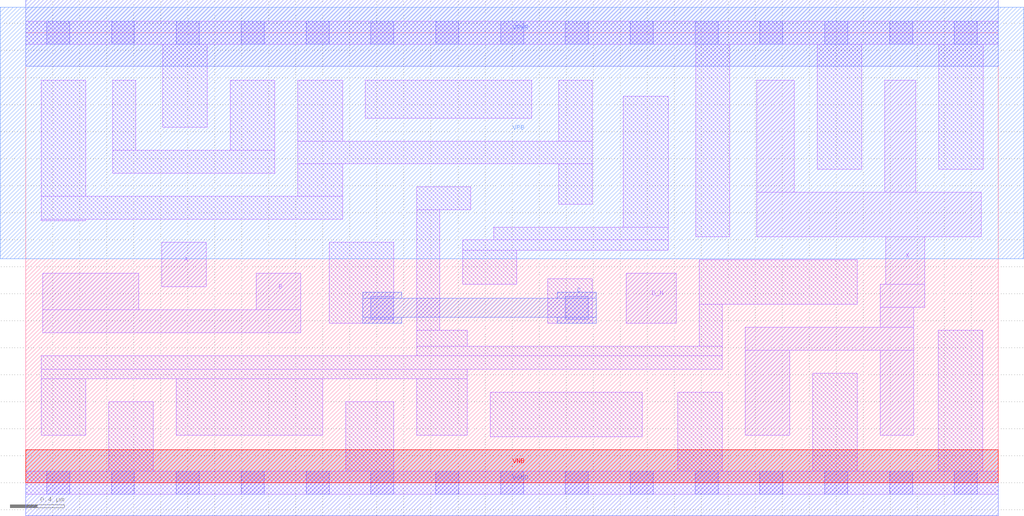
<source format=lef>
# Copyright 2020 The SkyWater PDK Authors
#
# Licensed under the Apache License, Version 2.0 (the "License");
# you may not use this file except in compliance with the License.
# You may obtain a copy of the License at
#
#     https://www.apache.org/licenses/LICENSE-2.0
#
# Unless required by applicable law or agreed to in writing, software
# distributed under the License is distributed on an "AS IS" BASIS,
# WITHOUT WARRANTIES OR CONDITIONS OF ANY KIND, either express or implied.
# See the License for the specific language governing permissions and
# limitations under the License.
#
# SPDX-License-Identifier: Apache-2.0

VERSION 5.7 ;
  NOWIREEXTENSIONATPIN ON ;
  DIVIDERCHAR "/" ;
  BUSBITCHARS "[]" ;
MACRO sky130_fd_sc_ls__or4b_4
  CLASS CORE ;
  FOREIGN sky130_fd_sc_ls__or4b_4 ;
  ORIGIN  0.000000  0.000000 ;
  SIZE  7.200000 BY  3.330000 ;
  SYMMETRY X Y ;
  SITE unit ;
  PIN A
    ANTENNAGATEAREA  0.411000 ;
    DIRECTION INPUT ;
    USE SIGNAL ;
    PORT
      LAYER li1 ;
        RECT 1.005000 1.450000 1.335000 1.780000 ;
    END
  END A
  PIN B
    ANTENNAGATEAREA  0.411000 ;
    DIRECTION INPUT ;
    USE SIGNAL ;
    PORT
      LAYER li1 ;
        RECT 0.125000 1.110000 2.035000 1.280000 ;
        RECT 0.125000 1.280000 0.835000 1.550000 ;
        RECT 1.705000 1.280000 2.035000 1.550000 ;
    END
  END B
  PIN C
    ANTENNAGATEAREA  0.411000 ;
    DIRECTION INPUT ;
    USE SIGNAL ;
    PORT
      LAYER met1 ;
        RECT 2.495000 1.180000 2.785000 1.225000 ;
        RECT 2.495000 1.225000 4.225000 1.365000 ;
        RECT 2.495000 1.365000 2.785000 1.410000 ;
        RECT 3.935000 1.180000 4.225000 1.225000 ;
        RECT 3.935000 1.365000 4.225000 1.410000 ;
    END
  END C
  PIN D_N
    ANTENNAGATEAREA  0.246000 ;
    DIRECTION INPUT ;
    USE SIGNAL ;
    PORT
      LAYER li1 ;
        RECT 4.445000 1.180000 4.815000 1.550000 ;
    END
  END D_N
  PIN X
    ANTENNADIFFAREA  1.178900 ;
    DIRECTION OUTPUT ;
    USE SIGNAL ;
    PORT
      LAYER li1 ;
        RECT 5.325000 0.350000 5.655000 0.980000 ;
        RECT 5.325000 0.980000 6.575000 1.150000 ;
        RECT 5.410000 1.820000 7.075000 2.150000 ;
        RECT 5.410000 2.150000 5.690000 2.980000 ;
        RECT 6.325000 0.350000 6.575000 0.980000 ;
        RECT 6.325000 1.150000 6.575000 1.300000 ;
        RECT 6.325000 1.300000 6.655000 1.470000 ;
        RECT 6.360000 2.150000 6.590000 2.980000 ;
        RECT 6.365000 1.470000 6.655000 1.820000 ;
    END
  END X
  PIN VGND
    DIRECTION INOUT ;
    SHAPE ABUTMENT ;
    USE GROUND ;
    PORT
      LAYER met1 ;
        RECT 0.000000 -0.245000 7.200000 0.245000 ;
    END
  END VGND
  PIN VNB
    DIRECTION INOUT ;
    USE GROUND ;
    PORT
      LAYER pwell ;
        RECT 0.000000 0.000000 7.200000 0.245000 ;
    END
  END VNB
  PIN VPB
    DIRECTION INOUT ;
    USE POWER ;
    PORT
      LAYER nwell ;
        RECT -0.190000 1.660000 7.390000 3.520000 ;
    END
  END VPB
  PIN VPWR
    DIRECTION INOUT ;
    SHAPE ABUTMENT ;
    USE POWER ;
    PORT
      LAYER met1 ;
        RECT 0.000000 3.085000 7.200000 3.575000 ;
    END
  END VPWR
  OBS
    LAYER li1 ;
      RECT 0.000000 -0.085000 7.200000 0.085000 ;
      RECT 0.000000  3.245000 7.200000 3.415000 ;
      RECT 0.115000  0.350000 0.445000 0.770000 ;
      RECT 0.115000  0.770000 3.270000 0.840000 ;
      RECT 0.115000  0.840000 5.155000 0.940000 ;
      RECT 0.115000  1.940000 0.445000 1.950000 ;
      RECT 0.115000  1.950000 2.345000 2.120000 ;
      RECT 0.115000  2.120000 0.445000 2.980000 ;
      RECT 0.615000  0.085000 0.945000 0.600000 ;
      RECT 0.645000  2.290000 1.845000 2.460000 ;
      RECT 0.645000  2.460000 0.815000 2.980000 ;
      RECT 1.015000  2.630000 1.345000 3.245000 ;
      RECT 1.115000  0.350000 2.200000 0.770000 ;
      RECT 1.515000  2.460000 1.845000 2.980000 ;
      RECT 2.015000  2.120000 2.345000 2.360000 ;
      RECT 2.015000  2.360000 4.195000 2.530000 ;
      RECT 2.015000  2.530000 2.345000 2.980000 ;
      RECT 2.245000  1.180000 2.725000 1.780000 ;
      RECT 2.370000  0.085000 2.725000 0.600000 ;
      RECT 2.515000  2.700000 3.745000 2.980000 ;
      RECT 2.895000  0.350000 3.270000 0.770000 ;
      RECT 2.895000  0.940000 5.155000 1.010000 ;
      RECT 2.895000  1.010000 3.270000 1.130000 ;
      RECT 2.895000  1.130000 3.065000 2.020000 ;
      RECT 2.895000  2.020000 3.295000 2.190000 ;
      RECT 3.235000  1.470000 3.635000 1.720000 ;
      RECT 3.235000  1.720000 4.755000 1.800000 ;
      RECT 3.440000  0.340000 4.565000 0.670000 ;
      RECT 3.465000  1.800000 4.755000 1.890000 ;
      RECT 3.865000  1.180000 4.195000 1.510000 ;
      RECT 3.945000  2.060000 4.195000 2.360000 ;
      RECT 3.945000  2.530000 4.195000 2.980000 ;
      RECT 4.425000  1.890000 4.755000 2.860000 ;
      RECT 4.825000  0.085000 5.155000 0.670000 ;
      RECT 4.960000  1.820000 5.210000 3.245000 ;
      RECT 4.985000  1.010000 5.155000 1.320000 ;
      RECT 4.985000  1.320000 6.155000 1.650000 ;
      RECT 5.825000  0.085000 6.155000 0.810000 ;
      RECT 5.860000  2.320000 6.190000 3.245000 ;
      RECT 6.755000  0.085000 7.085000 1.130000 ;
      RECT 6.760000  2.320000 7.090000 3.245000 ;
    LAYER mcon ;
      RECT 0.155000 -0.085000 0.325000 0.085000 ;
      RECT 0.155000  3.245000 0.325000 3.415000 ;
      RECT 0.635000 -0.085000 0.805000 0.085000 ;
      RECT 0.635000  3.245000 0.805000 3.415000 ;
      RECT 1.115000 -0.085000 1.285000 0.085000 ;
      RECT 1.115000  3.245000 1.285000 3.415000 ;
      RECT 1.595000 -0.085000 1.765000 0.085000 ;
      RECT 1.595000  3.245000 1.765000 3.415000 ;
      RECT 2.075000 -0.085000 2.245000 0.085000 ;
      RECT 2.075000  3.245000 2.245000 3.415000 ;
      RECT 2.555000 -0.085000 2.725000 0.085000 ;
      RECT 2.555000  1.210000 2.725000 1.380000 ;
      RECT 2.555000  3.245000 2.725000 3.415000 ;
      RECT 3.035000 -0.085000 3.205000 0.085000 ;
      RECT 3.035000  3.245000 3.205000 3.415000 ;
      RECT 3.515000 -0.085000 3.685000 0.085000 ;
      RECT 3.515000  3.245000 3.685000 3.415000 ;
      RECT 3.995000 -0.085000 4.165000 0.085000 ;
      RECT 3.995000  1.210000 4.165000 1.380000 ;
      RECT 3.995000  3.245000 4.165000 3.415000 ;
      RECT 4.475000 -0.085000 4.645000 0.085000 ;
      RECT 4.475000  3.245000 4.645000 3.415000 ;
      RECT 4.955000 -0.085000 5.125000 0.085000 ;
      RECT 4.955000  3.245000 5.125000 3.415000 ;
      RECT 5.435000 -0.085000 5.605000 0.085000 ;
      RECT 5.435000  3.245000 5.605000 3.415000 ;
      RECT 5.915000 -0.085000 6.085000 0.085000 ;
      RECT 5.915000  3.245000 6.085000 3.415000 ;
      RECT 6.395000 -0.085000 6.565000 0.085000 ;
      RECT 6.395000  3.245000 6.565000 3.415000 ;
      RECT 6.875000 -0.085000 7.045000 0.085000 ;
      RECT 6.875000  3.245000 7.045000 3.415000 ;
  END
END sky130_fd_sc_ls__or4b_4
END LIBRARY

</source>
